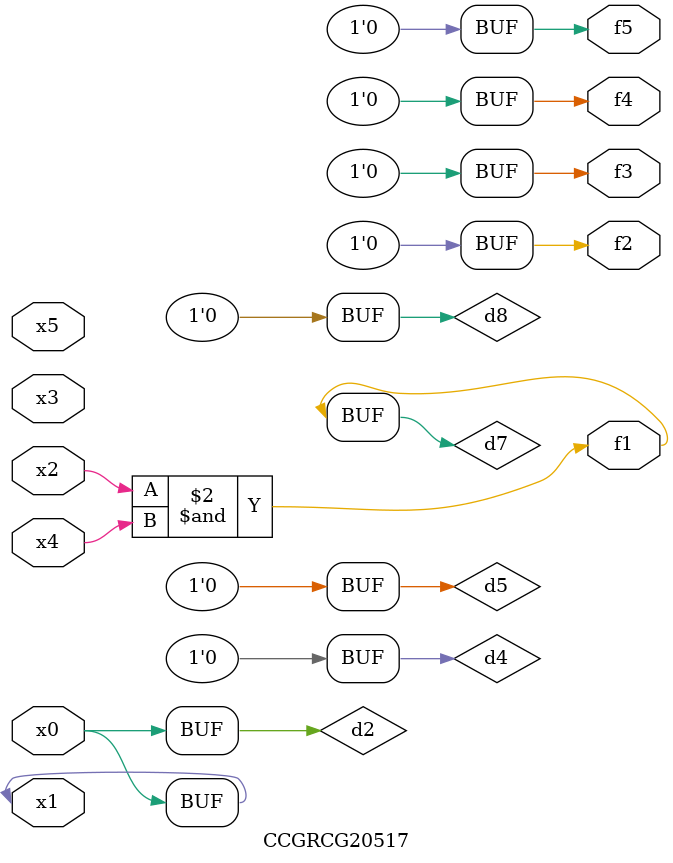
<source format=v>
module CCGRCG20517(
	input x0, x1, x2, x3, x4, x5,
	output f1, f2, f3, f4, f5
);

	wire d1, d2, d3, d4, d5, d6, d7, d8, d9;

	nand (d1, x1);
	buf (d2, x0, x1);
	nand (d3, x2, x4);
	and (d4, d1, d2);
	and (d5, d1, d2);
	nand (d6, d1, d3);
	not (d7, d3);
	xor (d8, d5);
	nor (d9, d5, d6);
	assign f1 = d7;
	assign f2 = d8;
	assign f3 = d8;
	assign f4 = d8;
	assign f5 = d8;
endmodule

</source>
